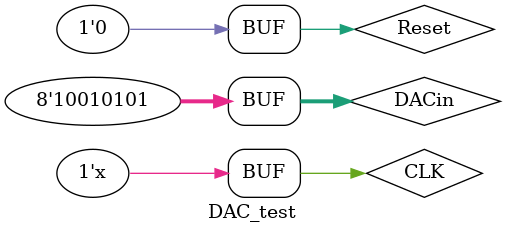
<source format=v>
`timescale 1ns / 1ps

`timescale 1 us / 100 ns


module DAC_test;

	// Inputs
	reg [7:0] DACin;
	reg CLK;
	reg Reset;

	// Outputs
	wire DACout;

	// Instantiate the Unit Under Test (UUT)
	DAC uut (
		.DACin(DACin), 
		.CLK(CLK), 
		.Reset(Reset), 
		.DACout(DACout)
	);

	always #1000 CLK = ~CLK;

	initial begin
		// Initialize Inputs
		DACin = 0;
		CLK = 0;
		Reset = 0;
		
		// Wait 100 ns for global reset to finish
		#100;
        
		// Add stimulus here
		Reset = 1'b1;
		#100
		Reset = 1'b0;
		
		DACin = 8'b10010101;
	end
      
endmodule


</source>
